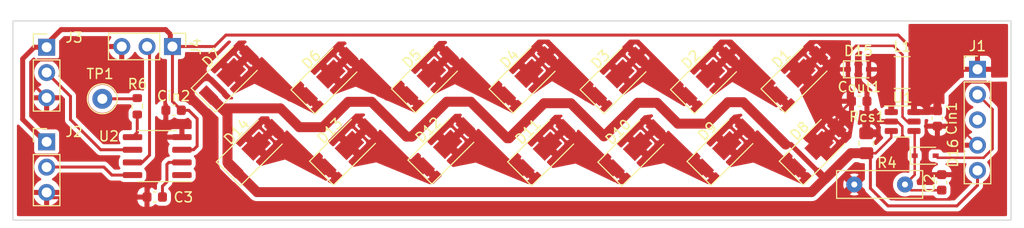
<source format=kicad_pcb>
(kicad_pcb (version 20211014) (generator pcbnew)
  (layers (0 "F.Cu" signal) (31 "B.Cu" signal) (34 "B.Paste" user) (35 "F.Paste" user) (36 "B.SilkS" user "B.Silkscreen") (37 "F.SilkS" user "F.Silkscreen") (38 "B.Mask" user) (39 "F.Mask" user) (44 "Edge.Cuts" user))
  (net 0 "")
  (net 1 "GND")
  (net 2 "+5V")
  (net 3 "Net-(D1-Pad1)")
  (net 4 "Net-(D2-Pad1)")
  (net 5 "Net-(D3-Pad1)")
  (net 6 "Net-(D4-Pad1)")
  (net 7 "Net-(D5-Pad1)")
  (net 8 "Net-(D6-Pad1)")
  (net 9 "Net-(D14-Pad1)")
  (net 10 "Net-(D8-Pad1)")
  (net 11 "Net-(D10-Pad2)")
  (net 12 "Net-(D10-Pad1)")
  (net 13 "Net-(D11-Pad1)")
  (net 14 "Net-(D12-Pad1)")
  (net 15 "Net-(D13-Pad1)")
  (net 16 "Net-(Cout1-Pad1)")
  (net 17 "Net-(D15-Pad2)")
  (net 18 "Net-(C2-Pad1)")
  (net 19 "Net-(R6-Pad2)")
  (net 21 "Net-(R6-Pad1)")
  (net 22 "Net-(C3-Pad1)")
  (net 23 "Net-(D16-Pad2)")
  (net 25 "Net-(U2-Pad8)")
  (net 26 "Net-(U2-Pad6)")
  (net 27 "Net-(U2-Pad7)")
  (footprint "Resistor_SMD:R_0805_2012Metric_Pad1.20x1.40mm_HandSolder" (layer "F.Cu") (at 103.5375 31.46 -90)
    (fp_text reference "Rcs1" (at -2.66 -0.09) (layer "F.SilkS"))
    (fp_text value "100m")
    (fp_line (start -0.227064 0.735) (end 0.227064 0.735) (layer "F.SilkS") (width 0.12))
    (fp_line (start -0.227064 -0.735) (end 0.227064 -0.735) (layer "F.SilkS") (width 0.12))
    (pad "1" smd roundrect (at -1 0 270) (size 1.2 1.4) (layers "F.Cu" "F.Paste" "F.Mask") (roundrect_rratio 0.208333) (net 1 "GND") (thermal_gap 0.3))
    (pad "2" smd roundrect (at 1 0 270) (size 1.2 1.4) (layers "F.Cu" "F.Paste" "F.Mask") (roundrect_rratio 0.208333) (net 9 "Net-(D14-Pad1)"))
  )
  (footprint "LED_SMD:LED_Yuji_5730" (layer "F.Cu") (at 49.637513 24.760013 45)
    (fp_text reference "D6" (at 0 -2.4 45) (layer "F.SilkS"))
    (fp_text value "660nm")
    (fp_line (start -3.59 -1.7) (end 2.35 -1.7) (layer "F.SilkS") (width 0.12))
    (fp_line (start -3.59 1.7) (end -3.59 -1.7) (layer "F.SilkS") (width 0.12))
    (fp_line (start 2.35 1.7) (end -3.59 1.7) (layer "F.SilkS") (width 0.12))
    (pad "1" smd rect (at -2.85 0 45) (size 1.1 1.7) (layers "F.Cu" "F.Paste" "F.Mask") (net 8 "Net-(D6-Pad1)") (thermal_gap 0.2))
    (pad "2" smd rect (at 0.349999 0 45) (size 2.5 1.7) (layers "F.Cu" "F.Paste" "F.Mask") (net 7 "Net-(D5-Pad1)") (thermal_gap 0.2))
    (pad "2" smd rect (at 2.85 0 45) (size 1.1 1.7) (layers "F.Cu" "F.Paste" "F.Mask") (net 7 "Net-(D5-Pad1)") (thermal_gap 0.2))
  )
  (footprint "Resistor_SMD:R_0603_1608Metric" (layer "F.Cu") (at 30.5 27.75 -90)
    (fp_text reference "R6" (at -2.24 -0.02) (layer "F.SilkS"))
    (fp_text value "5k")
    (fp_line (start -0.237258 0.5225) (end 0.237258 0.5225) (layer "F.SilkS") (width 0.12))
    (fp_line (start -0.237258 -0.5225) (end 0.237258 -0.5225) (layer "F.SilkS") (width 0.12))
    (pad "1" smd roundrect (at -0.825 0 270) (size 0.8 0.95) (layers "F.Cu" "F.Paste" "F.Mask") (net 21 "Net-(R6-Pad1)"))
    (pad "2" smd roundrect (at 0.825 0 270) (size 0.8 0.95) (layers "F.Cu" "F.Paste" "F.Mask") (net 19 "Net-(R6-Pad2)"))
  )
  (footprint "Connector_PinHeader_2.54mm:PinHeader_1x05_P2.54mm_Vertical" (layer "F.Cu") (at 114.68 24.035)
    (fp_text reference "J1" (at 0 -2.33) (layer "F.SilkS"))
    (fp_text value "Conn_01x05")
    (fp_line (start -1.33 1.27) (end -1.33 11.49) (layer "F.SilkS") (width 0.12))
    (fp_line (start -1.33 1.27) (end 1.33 1.27) (layer "F.SilkS") (width 0.12))
    (fp_line (start -1.33 -1.33) (end 0 -1.33) (layer "F.SilkS") (width 0.12))
    (fp_line (start 1.33 1.27) (end 1.33 11.49) (layer "F.SilkS") (width 0.12))
    (fp_line (start -1.33 0) (end -1.33 -1.33) (layer "F.SilkS") (width 0.12))
    (fp_line (start -1.33 11.49) (end 1.33 11.49) (layer "F.SilkS") (width 0.12))
    (pad "1" thru_hole rect (at 0 0) (size 1.7 1.7) (drill 1) (layers *.Cu *.Mask) (net 2 "+5V"))
    (pad "2" thru_hole oval (at 0 2.54) (size 1.7 1.7) (drill 1) (layers *.Cu *.Mask) (net 23 "Net-(D16-Pad2)"))
    (pad "3" thru_hole oval (at 0 5.08) (size 1.7 1.7) (drill 1) (layers *.Cu *.Mask))
    (pad "4" thru_hole oval (at 0 7.62) (size 1.7 1.7) (drill 1) (layers *.Cu *.Mask) (net 1 "GND"))
    (pad "5" thru_hole oval (at 0 10.16) (size 1.7 1.7) (drill 1) (layers *.Cu *.Mask) (net 9 "Net-(D14-Pad1)"))
  )
  (footprint "Capacitor_SMD:C_0603_1608Metric" (layer "F.Cu") (at 32.25 36.86 180)
    (fp_text reference "C3" (at -2.87 -0.03) (layer "F.SilkS"))
    (fp_text value "10n")
    (fp_line (start -0.14058 0.51) (end 0.14058 0.51) (layer "F.SilkS") (width 0.12))
    (fp_line (start -0.14058 -0.51) (end 0.14058 -0.51) (layer "F.SilkS") (width 0.12))
    (pad "1" smd roundrect (at -0.775 0 180) (size 0.9 0.95) (layers "F.Cu" "F.Paste" "F.Mask") (net 22 "Net-(C3-Pad1)"))
    (pad "2" smd roundrect (at 0.775 0 180) (size 0.9 0.95) (layers "F.Cu" "F.Paste" "F.Mask") (net 1 "GND"))
  )
  (footprint "Package_SO:SOIC-8_3.9x4.9mm_P1.27mm" (layer "F.Cu") (at 32.5 32.75 180)
    (fp_text reference "U2" (at 4.85 1.99) (layer "F.SilkS"))
    (fp_text value "JL8022W-L")
    (fp_line (start 0 -2.56) (end -3.45 -2.56) (layer "F.SilkS") (width 0.12))
    (fp_line (start 0 2.56) (end -1.95 2.56) (layer "F.SilkS") (width 0.12))
    (fp_line (start 0 -2.56) (end 1.95 -2.56) (layer "F.SilkS") (width 0.12))
    (fp_line (start 0 2.56) (end 1.95 2.56) (layer "F.SilkS") (width 0.12))
    (pad "1" smd roundrect (at -2.475 -1.905 180) (size 1.95 0.6) (layers "F.Cu" "F.Paste" "F.Mask"))
    (pad "2" smd roundrect (at -2.475 -0.635 180) (size 1.95 0.6) (layers "F.Cu" "F.Paste" "F.Mask") (net 22 "Net-(C3-Pad1)"))
    (pad "3" smd roundrect (at -2.475 0.635 180) (size 1.95 0.6) (layers "F.Cu" "F.Paste" "F.Mask") (net 2 "+5V"))
    (pad "4" smd roundrect (at -2.475 1.905 180) (size 1.95 0.6) (layers "F.Cu" "F.Paste" "F.Mask") (net 1 "GND"))
    (pad "5" smd roundrect (at 2.475 1.905 180) (size 1.95 0.6) (layers "F.Cu" "F.Paste" "F.Mask") (net 19 "Net-(R6-Pad2)"))
    (pad "6" smd roundrect (at 2.475 0.635 180) (size 1.95 0.6) (layers "F.Cu" "F.Paste" "F.Mask") (net 26 "Net-(U2-Pad6)"))
    (pad "7" smd roundrect (at 2.475 -0.635 180) (size 1.95 0.6) (layers "F.Cu" "F.Paste" "F.Mask") (net 27 "Net-(U2-Pad7)"))
    (pad "8" smd roundrect (at 2.475 -1.905 180) (size 1.95 0.6) (layers "F.Cu" "F.Paste" "F.Mask") (net 25 "Net-(U2-Pad8)"))
  )
  (footprint "LED_SMD:LED_Yuji_5730" (layer "F.Cu") (at 96.735 24.6675 45)
    (fp_text reference "D1" (at 0 -2.4 45) (layer "F.SilkS"))
    (fp_text value "660nm")
    (fp_line (start 2.35 1.7) (end -3.59 1.7) (layer "F.SilkS") (width 0.12))
    (fp_line (start -3.59 1.7) (end -3.59 -1.7) (layer "F.SilkS") (width 0.12))
    (fp_line (start -3.59 -1.7) (end 2.35 -1.7) (layer "F.SilkS") (width 0.12))
    (pad "1" smd rect (at -2.85 0 45) (size 1.1 1.7) (layers "F.Cu" "F.Paste" "F.Mask") (net 3 "Net-(D1-Pad1)") (thermal_gap 0.2))
    (pad "2" smd rect (at 0.349999 0 45) (size 2.5 1.7) (layers "F.Cu" "F.Paste" "F.Mask") (net 16 "Net-(Cout1-Pad1)") (thermal_gap 0.2))
    (pad "2" smd rect (at 2.85 0 45) (size 1.1 1.7) (layers "F.Cu" "F.Paste" "F.Mask") (net 16 "Net-(Cout1-Pad1)") (thermal_gap 0.2))
  )
  (footprint "Capacitor_SMD:C_0603_1608Metric" (layer "F.Cu") (at 34.14 28.15)
    (fp_text reference "Cin2" (at 0 -1.43) (layer "F.SilkS"))
    (fp_text value "1u")
    (fp_line (start -0.14058 -0.51) (end 0.14058 -0.51) (layer "F.SilkS") (width 0.12))
    (fp_line (start -0.14058 0.51) (end 0.14058 0.51) (layer "F.SilkS") (width 0.12))
    (pad "1" smd roundrect (at -0.775 0) (size 0.9 0.95) (layers "F.Cu" "F.Paste" "F.Mask") (net 1 "GND"))
    (pad "2" smd roundrect (at 0.775 0) (size 0.9 0.95) (layers "F.Cu" "F.Paste" "F.Mask") (net 2 "+5V"))
  )
  (footprint "LED_SMD:LED_Yuji_5730" (layer "F.Cu") (at 87.665 24.7375 45)
    (fp_text reference "D2" (at 0 -2.4 45) (layer "F.SilkS"))
    (fp_text value "660nm")
    (fp_line (start -3.59 1.7) (end -3.59 -1.7) (layer "F.SilkS") (width 0.12))
    (fp_line (start 2.35 1.7) (end -3.59 1.7) (layer "F.SilkS") (width 0.12))
    (fp_line (start -3.59 -1.7) (end 2.35 -1.7) (layer "F.SilkS") (width 0.12))
    (pad "1" smd rect (at -2.85 0 45) (size 1.1 1.7) (layers "F.Cu" "F.Paste" "F.Mask") (net 4 "Net-(D2-Pad1)") (thermal_gap 0.2))
    (pad "2" smd rect (at 2.85 0 45) (size 1.1 1.7) (layers "F.Cu" "F.Paste" "F.Mask") (net 3 "Net-(D1-Pad1)") (thermal_gap 0.2))
    (pad "2" smd rect (at 0.349999 0 45) (size 2.5 1.7) (layers "F.Cu" "F.Paste" "F.Mask") (net 3 "Net-(D1-Pad1)") (thermal_gap 0.2))
  )
  (footprint "LED_SMD:LED_Yuji_5730" (layer "F.Cu") (at 89.315 31.9475 45)
    (fp_text reference "D9" (at 0 -2.4 45) (layer "F.SilkS"))
    (fp_text value "660nm")
    (fp_line (start 2.35 1.7) (end -3.59 1.7) (layer "F.SilkS") (width 0.12))
    (fp_line (start -3.59 -1.7) (end 2.35 -1.7) (layer "F.SilkS") (width 0.12))
    (fp_line (start -3.59 1.7) (end -3.59 -1.7) (layer "F.SilkS") (width 0.12))
    (pad "1" smd rect (at -2.85 0 45) (size 1.1 1.7) (layers "F.Cu" "F.Paste" "F.Mask") (net 11 "Net-(D10-Pad2)") (thermal_gap 0.2))
    (pad "2" smd rect (at 2.85 0 45) (size 1.1 1.7) (layers "F.Cu" "F.Paste" "F.Mask") (net 10 "Net-(D8-Pad1)") (thermal_gap 0.2))
    (pad "2" smd rect (at 0.349999 0 45) (size 2.5 1.7) (layers "F.Cu" "F.Paste" "F.Mask") (net 10 "Net-(D8-Pad1)") (thermal_gap 0.2))
  )
  (footprint "Connector_PinHeader_2.54mm:PinHeader_1x03_P2.54mm_Vertical" (layer "F.Cu") (at 21.42024 21.82024)
    (fp_text reference "J3" (at 2.75 -0.975) (layer "F.SilkS"))
    (fp_text value "Conn_01x03")
    (fp_line (start -1.33 6.41) (end 1.33 6.41) (layer "F.SilkS") (width 0.12))
    (fp_line (start -1.33 0) (end -1.33 -1.33) (layer "F.SilkS") (width 0.12))
    (fp_line (start -1.33 -1.33) (end 0 -1.33) (layer "F.SilkS") (width 0.12))
    (fp_line (start 1.33 1.27) (end 1.33 6.41) (layer "F.SilkS") (width 0.12))
    (fp_line (start -1.33 1.27) (end -1.33 6.41) (layer "F.SilkS") (width 0.12))
    (fp_line (start -1.33 1.27) (end 1.33 1.27) (layer "F.SilkS") (width 0.12))
    (pad "1" thru_hole rect (at 0 0) (size 1.7 1.7) (drill 1) (layers *.Cu *.Mask) (net 2 "+5V"))
    (pad "2" thru_hole oval (at 0 2.54) (size 1.7 1.7) (drill 1) (layers *.Cu *.Mask) (net 26 "Net-(U2-Pad6)"))
    (pad "3" thru_hole oval (at 0 5.08) (size 1.7 1.7) (drill 1) (layers *.Cu *.Mask) (net 1 "GND"))
  )
  (footprint "Inductor_SMD:L_Abracon_ASPI-3012S" (layer "F.Cu") (at 107.13 24.36 180)
    (fp_text reference "L1" (at 0 2.6) (layer "F.SilkS"))
    (fp_text value "L_Ferrite_Small")
    (fp_line (start -0.8 1.6) (end 0.8 1.6) (layer "F.SilkS") (width 0.12))
    (fp_line (start -0.8 -1.6) (end 0.8 -1.6) (layer "F.SilkS") (width 0.12))
    (pad "1" smd rect (at -1.15 0 180) (size 1 2.75) (layers "F.Cu" "F.Paste" "F.Mask") (net 2 "+5V"))
    (pad "2" smd rect (at 1.15 0 180) (size 1 2.75) (layers "F.Cu" "F.Paste" "F.Mask") (net 17 "Net-(D15-Pad2)"))
  )
  (footprint "LED_SMD:LED_Yuji_5730" (layer "F.Cu") (at 80.385 32.0175 45)
    (fp_text reference "D10" (at 0 -2.4 45) (layer "F.SilkS"))
    (fp_text value "660nm")
    (fp_line (start -3.59 1.7) (end -3.59 -1.7) (layer "F.SilkS") (width 0.12))
    (fp_line (start -3.59 -1.7) (end 2.35 -1.7) (layer "F.SilkS") (width 0.12))
    (fp_line (start 2.35 1.7) (end -3.59 1.7) (layer "F.SilkS") (width 0.12))
    (pad "1" smd rect (at -2.85 0 45) (size 1.1 1.7) (layers "F.Cu" "F.Paste" "F.Mask") (net 12 "Net-(D10-Pad1)") (thermal_gap 0.2))
    (pad "2" smd rect (at 0.349999 0 45) (size 2.5 1.7) (layers "F.Cu" "F.Paste" "F.Mask") (net 11 "Net-(D10-Pad2)") (thermal_gap 0.2))
    (pad "2" smd rect (at 2.85 0 45) (size 1.1 1.7) (layers "F.Cu" "F.Paste" "F.Mask") (net 11 "Net-(D10-Pad2)") (thermal_gap 0.2))
  )
  (footprint "LED_SMD:LED_Yuji_5730" (layer "F.Cu") (at 78.605 24.7375 45)
    (fp_text reference "D3" (at 0 -2.4 45) (layer "F.SilkS"))
    (fp_text value "660nm")
    (fp_line (start -3.59 -1.7) (end 2.35 -1.7) (layer "F.SilkS") (width 0.12))
    (fp_line (start 2.35 1.7) (end -3.59 1.7) (layer "F.SilkS") (width 0.12))
    (fp_line (start -3.59 1.7) (end -3.59 -1.7) (layer "F.SilkS") (width 0.12))
    (pad "1" smd rect (at -2.85 0 45) (size 1.1 1.7) (layers "F.Cu" "F.Paste" "F.Mask") (net 5 "Net-(D3-Pad1)") (thermal_gap 0.2))
    (pad "2" smd rect (at 0.349999 0 45) (size 2.5 1.7) (layers "F.Cu" "F.Paste" "F.Mask") (net 4 "Net-(D2-Pad1)") (thermal_gap 0.2))
    (pad "2" smd rect (at 2.85 0 45) (size 1.1 1.7) (layers "F.Cu" "F.Paste" "F.Mask") (net 4 "Net-(D2-Pad1)") (thermal_gap 0.2))
  )
  (footprint "Diode_SMD:D_SOD-323" (layer "F.Cu") (at 109.4375 32.71)
    (fp_text reference "D16" (at 2.7825 -0.26 -90) (layer "F.SilkS"))
    (fp_text value "1N4148WS")
    (fp_line (start -1.5 -0.85) (end 1.05 -0.85) (layer "F.SilkS") (width 0.12))
    (fp_line (start -1.5 -0.85) (end -1.5 0.85) (layer "F.SilkS") (width 0.12))
    (fp_line (start -1.5 0.85) (end 1.05 0.85) (layer "F.SilkS") (width 0.12))
    (pad "1" smd rect (at -1.05 0) (size 0.6 0.45) (layers "F.Cu" "F.Paste" "F.Mask") (net 18 "Net-(C2-Pad1)"))
    (pad "2" smd rect (at 1.05 0) (size 0.6 0.45) (layers "F.Cu" "F.Paste" "F.Mask") (net 23 "Net-(D16-Pad2)"))
  )
  (footprint "LED_SMD:LED_Yuji_5730" (layer "F.Cu") (at 59.715 24.6675 45)
    (fp_text reference "D5" (at 0 -2.4 45) (layer "F.SilkS"))
    (fp_text value "660nm")
    (fp_line (start -3.59 -1.7) (end 2.35 -1.7) (layer "F.SilkS") (width 0.12))
    (fp_line (start -3.59 1.7) (end -3.59 -1.7) (layer "F.SilkS") (width 0.12))
    (fp_line (start 2.35 1.7) (end -3.59 1.7) (layer "F.SilkS") (width 0.12))
    (pad "1" smd rect (at -2.85 0 45) (size 1.1 1.7) (layers "F.Cu" "F.Paste" "F.Mask") (net 7 "Net-(D5-Pad1)") (thermal_gap 0.2))
    (pad "2" smd rect (at 2.85 0 45) (size 1.1 1.7) (layers "F.Cu" "F.Paste" "F.Mask") (net 6 "Net-(D4-Pad1)") (thermal_gap 0.2))
    (pad "2" smd rect (at 0.349999 0 45) (size 2.5 1.7) (layers "F.Cu" "F.Paste" "F.Mask") (net 6 "Net-(D4-Pad1)") (thermal_gap 0.2))
  )
  (footprint "Package_TO_SOT_SMD:SOT-23-6" (layer "F.Cu") (at 107.18 29.28)
    (fp_text reference "U1" (at 0 -2.4) (layer "F.SilkS"))
    (fp_text value "MT9284")
    (fp_line (start 0 -1.56) (end -1.8 -1.56) (layer "F.SilkS") (width 0.12))
    (fp_line (start 0 1.56) (end -0.8 1.56) (layer "F.SilkS") (width 0.12))
    (fp_line (start 0 -1.56) (end 0.8 -1.56) (layer "F.SilkS") (width 0.12))
    (fp_line (start 0 1.56) (end 0.8 1.56) (layer "F.SilkS") (width 0.12))
    (pad "1" smd roundrect (at -1.1375 -0.95) (size 1.325 0.6) (layers "F.Cu" "F.Paste" "F.Mask") (net 17 "Net-(D15-Pad2)") (thermal_gap 0.3))
    (pad "2" smd roundrect (at -1.1375 0) (size 1.325 0.6) (layers "F.Cu" "F.Paste" "F.Mask") (net 1 "GND"))
    (pad "3" smd roundrect (at -1.1375 0.95) (size 1.325 0.6) (layers "F.Cu" "F.Paste" "F.Mask") (net 9 "Net-(D14-Pad1)"))
    (pad "4" smd roundrect (at 1.1375 0.95) (size 1.325 0.6) (layers "F.Cu" "F.Paste" "F.Mask") (net 18 "Net-(C2-Pad1)"))
    (pad "5" smd roundrect (at 1.1375 0) (size 1.325 0.6) (layers "F.Cu" "F.Paste" "F.Mask") (net 16 "Net-(Cout1-Pad1)"))
    (pad "6" smd roundrect (at 1.1375 -0.95) (size 1.325 0.6) (layers "F.Cu" "F.Paste" "F.Mask") (net 2 "+5V") (thermal_gap 0.3))
  )
  (footprint "TestPoint:TestPoint_Loop_D2.50mm_Drill1.0mm" (layer "F.Cu") (at 27 27)
    (fp_text reference "TP1" (at -0.23 -2.5) (layer "F.SilkS"))
    (fp_text value "TestPoint")
    (fp_circle (center 0 0) (end 1.5 0) (layer "F.SilkS") (width 0.12) (fill none))
    (pad "1" thru_hole circle (at 0 0) (size 2 2) (drill 1) (layers *.Cu *.Mask) (net 21 "Net-(R6-Pad1)"))
  )
  (footprint "Capacitor_SMD:C_0603_1608Metric" (layer "F.Cu") (at 102.83 27.24)
    (fp_text reference "Cout1" (at 0 -1.43) (layer "F.SilkS"))
    (fp_text value "1u")
    (fp_line (start -0.14058 0.51) (end 0.14058 0.51) (layer "F.SilkS") (width 0.12))
    (fp_line (start -0.14058 -0.51) (end 0.14058 -0.51) (layer "F.SilkS") (width 0.12))
    (pad "1" smd roundrect (at -0.775 0) (size 0.9 0.95) (layers "F.Cu" "F.Paste" "F.Mask") (net 16 "Net-(Cout1-Pad1)"))
    (pad "2" smd roundrect (at 0.775 0) (size 0.9 0.95) (layers "F.Cu" "F.Paste" "F.Mask") (net 1 "GND"))
  )
  (footprint "LED_SMD:LED_Yuji_5730" (layer "F.Cu") (at 69.497513 24.690013 45)
    (fp_text reference "D4" (at 0 -2.4 45) (layer "F.SilkS"))
    (fp_text value "660nm")
    (fp_line (start 2.35 1.7) (end -3.59 1.7) (layer "F.SilkS") (width 0.12))
    (fp_line (start -3.59 1.7) (end -3.59 -1.7) (layer "F.SilkS") (width 0.12))
    (fp_line (start -3.59 -1.7) (end 2.35 -1.7) (layer "F.SilkS") (width 0.12))
    (pad "1" smd rect (at -2.85 0 45) (size 1.1 1.7) (layers "F.Cu" "F.Paste" "F.Mask") (net 6 "Net-(D4-Pad1)") (thermal_gap 0.2))
    (pad "2" smd rect (at 2.85 0 45) (size 1.1 1.7) (layers "F.Cu" "F.Paste" "F.Mask") (net 5 "Net-(D3-Pad1)") (thermal_gap 0.2))
    (pad "2" smd rect (at 0.349999 0 45) (size 2.5 1.7) (layers "F.Cu" "F.Paste" "F.Mask") (net 5 "Net-(D3-Pad1)") (thermal_gap 0.2))
  )
  (footprint "LED_SMD:LED_Yuji_5730" (layer "F.Cu") (at 71.352513 31.994987 45)
    (fp_text reference "D11" (at 0 -2.4 45) (layer "F.SilkS"))
    (fp_text value "660nm")
    (fp_line (start 2.35 1.7) (end -3.59 1.7) (layer "F.SilkS") (width 0.12))
    (fp_line (start -3.59 -1.7) (end 2.35 -1.7) (layer "F.SilkS") (width 0.12))
    (fp_line (start -3.59 1.7) (end -3.59 -1.7) (layer "F.SilkS") (width 0.12))
    (pad "1" smd rect (at -2.85 0 45) (size 1.1 1.7) (layers "F.Cu" "F.Paste" "F.Mask") (net 13 "Net-(D11-Pad1)") (thermal_gap 0.2))
    (pad "2" smd rect (at 0.349999 0 45) (size 2.5 1.7) (layers "F.Cu" "F.Paste" "F.Mask") (net 12 "Net-(D10-Pad1)") (thermal_gap 0.2))
    (pad "2" smd rect (at 2.85 0 45) (size 1.1 1.7) (layers "F.Cu" "F.Paste" "F.Mask") (net 12 "Net-(D10-Pad1)") (thermal_gap 0.2))
  )
  (footprint "LED_SMD:LED_Yuji_5730" (layer "F.Cu") (at 42.162487 31.994987 45)
    (fp_text reference "D14" (at 0 -2.4 45) (layer "F.SilkS"))
    (fp_text value "660nm")
    (fp_line (start -3.59 -1.7) (end 2.35 -1.7) (layer "F.SilkS") (width 0.12))
    (fp_line (start 2.35 1.7) (end -3.59 1.7) (layer "F.SilkS") (width 0.12))
    (fp_line (start -3.59 1.7) (end -3.59 -1.7) (layer "F.SilkS") (width 0.12))
    (pad "1" smd rect (at -2.85 0 45) (size 1.1 1.7) (layers "F.Cu" "F.Paste" "F.Mask") (net 9 "Net-(D14-Pad1)"))
    (pad "2" smd rect (at 2.85 0 45) (size 1.1 1.7) (layers "F.Cu" "F.Paste" "F.Mask") (net 15 "Net-(D13-Pad1)") (thermal_gap 0.2))
    (pad "2" smd rect (at 0.349999 0 45) (size 2.5 1.7) (layers "F.Cu" "F.Paste" "F.Mask") (net 15 "Net-(D13-Pad1)") (thermal_gap 0.2))
  )
  (footprint "Connector_PinHeader_2.54mm:PinHeader_1x03_P2.54mm_Vertical" (layer "F.Cu") (at 34.025 21.75 -90)
    (fp_text reference "J4" (at 0 -2.33 90) (layer "F.SilkS"))
    (fp_text value "Conn_01x03")
    (fp_line (start 1.33 1.27) (end 1.33 6.41) (layer "F.SilkS") (width 0.12))
    (fp_line (start -1.33 -1.33) (end 0 -1.33) (layer "F.SilkS") (width 0.12))
    (fp_line (start -1.33 1.27) (end 1.33 1.27) (layer "F.SilkS") (width 0.12))
    (fp_line (start -1.33 1.27) (end -1.33 6.41) (layer "F.SilkS") (width 0.12))
    (fp_line (start -1.33 0) (end -1.33 -1.33) (layer "F.SilkS") (width 0.12))
    (fp_line (start -1.33 6.41) (end 1.33 6.41) (layer "F.SilkS") (width 0.12))
    (pad "1" thru_hole rect (at 0 0 270) (size 1.7 1.7) (drill 1) (layers *.Cu *.Mask) (net 2 "+5V"))
    (pad "2" thru_hole oval (at 0 2.54 270) (size 1.7 1.7) (drill 1) (layers *.Cu *.Mask) (net 27 "Net-(U2-Pad7)"))
    (pad "3" thru_hole oval (at 0 5.08 270) (size 1.7 1.7) (drill 1) (layers *.Cu *.Mask) (net 1 "GND"))
  )
  (footprint "Resistor_THT:R_Box_L8.4mm_W2.5mm_P5.08mm" (layer "F.Cu") (at 102.335 35.6)
    (fp_text reference "R4" (at 3.275 -2.17) (layer "F.SilkS"))
    (fp_text value "100k")
    (fp_line (start -1.77 -1.39) (end 6.85 -1.39) (layer "F.SilkS") (width 0.12))
    (fp_line (start -1.77 1.39) (end 6.85 1.39) (layer "F.SilkS") (width 0.12))
    (fp_line (start 6.85 -1.39) (end 6.85 1.39) (layer "F.SilkS") (width 0.12))
    (fp_line (start -1.77 -1.39) (end -1.77 1.39) (layer "F.SilkS") (width 0.12))
    (pad "1" thru_hole circle (at 0 0) (size 1.6 1.6) (drill 0.6) (layers *.Cu *.Mask) (net 1 "GND") (thermal_gap 0.3))
    (pad "2" thru_hole circle (at 5.08 0) (size 1.6 1.6) (drill 0.6) (layers *.Cu *.Mask) (net 18 "Net-(C2-Pad1)") (thermal_gap 0.3))
  )
  (footprint "LED_SMD:LED_Yuji_5730" (layer "F.Cu") (at 51.502487 31.924987 45)
    (fp_text reference "D13" (at 0 -2.4 45) (layer "F.SilkS"))
    (fp_text value "660nm")
    (fp_line (start 2.35 1.7) (end -3.59 1.7) (layer "F.SilkS") (width 0.12))
    (fp_line (start -3.59 -1.7) (end 2.35 -1.7) (layer "F.SilkS") (width 0.12))
    (fp_line (start -3.59 1.7) (end -3.59 -1.7) (layer "F.SilkS") (width 0.12))
    (pad "1" smd rect (at -2.85 0 45) (size 1.1 1.7) (layers "F.Cu" "F.Paste" "F.Mask") (net 15 "Net-(D13-Pad1)") (thermal_gap 0.2))
    (pad "2" smd rect (at 2.85 0 45) (size 1.1 1.7) (layers "F.Cu" "F.Paste" "F.Mask") (net 14 "Net-(D12-Pad1)") (thermal_gap 0.2))
    (pad "2" smd rect (at 0.349999 0 45) (size 2.5 1.7) (layers "F.Cu" "F.Paste" "F.Mask") (net 14 "Net-(D12-Pad1)") (thermal_gap 0.2))
  )
  (footprint "Diode_SMD:D_SOD-323" (layer "F.Cu") (at 102.75 24.04)
    (fp_text reference "D15" (at 0 -1.85) (layer "F.SilkS"))
    (fp_text value "B5819WS")
    (fp_line (start -1.5 -0.85) (end -1.5 0.85) (layer "F.SilkS") (width 0.12))
    (fp_line (start -1.5 -0.85) (end 1.05 -0.85) (layer "F.SilkS") (width 0.12))
    (fp_line (start -1.5 0.85) (end 1.05 0.85) (layer "F.SilkS") (width 0.12))
    (pad "1" smd rect (at -1.05 0) (size 0.6 0.45) (layers "F.Cu" "F.Paste" "F.Mask") (net 16 "Net-(Cout1-Pad1)"))
    (pad "2" smd rect (at 1.05 0) (size 0.6 0.45) (layers "F.Cu" "F.Paste" "F.Mask") (net 17 "Net-(D15-Pad2)"))
  )
  (footprint "LED_SMD:LED_Yuji_5730" (layer "F.Cu") (at 98.562487 31.924987 45)
    (fp_text reference "D8" (at 0 -2.4 45) (layer "F.SilkS"))
    (fp_text value "660nm")
    (fp_line (start -3.59 1.7) (end -3.59 -1.7) (layer "F.SilkS") (width 0.12))
    (fp_line (start 2.35 1.7) (end -3.59 1.7) (layer "F.SilkS") (width 0.12))
    (fp_line (start -3.59 -1.7) (end 2.35 -1.7) (layer "F.SilkS") (width 0.12))
    (pad "1" smd rect (at -2.85 0 45) (size 1.1 1.7) (layers "F.Cu" "F.Paste" "F.Mask") (net 10 "Net-(D8-Pad1)") (thermal_gap 0.2))
    (pad "2" smd rect (at 2.85 0 45) (size 1.1 1.7) (layers "F.Cu" "F.Paste" "F.Mask") (net 16 "Net-(Cout1-Pad1)") (thermal_gap 0.2))
    (pad "2" smd rect (at 0.349999 0 45) (size 2.5 1.7) (layers "F.Cu" "F.Paste" "F.Mask") (net 16 "Net-(Cout1-Pad1)") (thermal_gap 0.2))
  )
  (footprint "Capacitor_SMD:C_0603_1608Metric" (layer "F.Cu") (at 110.66 28.97 -90)
    (fp_text reference "Cin1" (at 0 -1.43 90) (layer "F.SilkS"))
    (fp_text value "1u")
    (fp_line (start -0.14058 -0.51) (end 0.14058 -0.51) (layer "F.SilkS") (width 0.12))
    (fp_line (start -0.14058 0.51) (end 0.14058 0.51) (layer "F.SilkS") (width 0.12))
    (pad "1" smd roundrect (at -0.775 0 270) (size 0.9 0.95) (layers "F.Cu" "F.Paste" "F.Mask") (net 2 "+5V") (thermal_gap 0.3))
    (pad "2" smd roundrect (at 0.775 0 270) (size 0.9 0.95) (layers "F.Cu" "F.Paste" "F.Mask") (net 1 "GND"))
  )
  (footprint "Connector_PinHeader_2.54mm:PinHeader_1x03_P2.54mm_Vertical" (layer "F.Cu") (at 21.42024 31.32024)
    (fp_text reference "J2" (at 2.75 -1) (layer "F.SilkS"))
    (fp_text value "Conn_01x03")
    (fp_line (start 1.33 1.27) (end 1.33 6.41) (layer "F.SilkS") (width 0.12))
    (fp_line (start -1.33 6.41) (end 1.33 6.41) (layer "F.SilkS") (width 0.12))
    (fp_line (start -1.33 0) (end -1.33 -1.33) (layer "F.SilkS") (width 0.12))
    (fp_line (start -1.33 -1.33) (end 0 -1.33) (layer "F.SilkS") (width 0.12))
    (fp_line (start -1.33 1.27) (end 1.33 1.27) (layer "F.SilkS") (width 0.12))
    (fp_line (start -1.33 1.27) (end -1.33 6.41) (layer "F.SilkS") (width 0.12))
    (pad "1" thru_hole rect (at 0 0) (size 1.7 1.7) (drill 1) (layers *.Cu *.Mask) (net 2 "+5V"))
    (pad "2" thru_hole oval (at 0 2.54) (size 1.7 1.7) (drill 1) (layers *.Cu *.Mask) (net 25 "Net-(U2-Pad8)"))
    (pad "3" thru_hole oval (at 0 5.08) (size 1.7 1.7) (drill 1) (layers *.Cu *.Mask) (net 1 "GND"))
  )
  (footprint "Capacitor_SMD:C_0603_1608Metric" (layer "F.Cu") (at 111.09 35.39 90)
    (fp_text reference "C2" (at -0.08 -1.2 90) (layer "F.SilkS"))
    (fp_text value "1n")
    (fp_line (start -0.14058 0.51) (end 0.14058 0.51) (layer "F.SilkS") (width 0.12))
    (fp_line (start -0.14058 -0.51) (end 0.14058 -0.51) (layer "F.SilkS") (width 0.12))
    (pad "1" smd roundrect (at -0.775 0 90) (size 0.9 0.95) (layers "F.Cu" "F.Paste" "F.Mask") (net 18 "Net-(C2-Pad1)"))
    (pad "2" smd roundrect (at 0.775 0 90) (size 0.9 0.95) (layers "F.Cu" "F.Paste" "F.Mask") (net 1 "GND"))
  )
  (footprint "LED_SMD:LED_Yuji_5730" (layer "F.Cu") (at 61.355 31.8175 45)
    (fp_text reference "D12" (at 0 -2.4 45) (layer "F.SilkS"))
    (fp_text value "660nm")
    (fp_line (start 2.35 1.7) (end -3.59 1.7) (layer "F.SilkS") (width 0.12))
    (fp_line (start -3.59 1.7) (end -3.59 -1.7) (layer "F.SilkS") (width 0.12))
    (fp_line (start -3.59 -1.7) (end 2.35 -1.7) (layer "F.SilkS") (width 0.12))
    (pad "1" smd rect (at -2.85 0 45) (size 1.1 1.7) (layers "F.Cu" "F.Paste" "F.Mask") (net 14 "Net-(D12-Pad1)") (thermal_gap 0.2))
    (pad "2" smd rect (at 2.85 0 45) (size 1.1 1.7) (layers "F.Cu" "F.Paste" "F.Mask") (net 13 "Net-(D11-Pad1)") (thermal_gap 0.2))
    (pad "2" smd rect (at 0.349999 0 45) (size 2.5 1.7) (layers "F.Cu" "F.Paste" "F.Mask") (net 13 "Net-(D11-Pad1)") (thermal_gap 0.2))
  )
  (footprint "LED_SMD:LED_Yuji_5730" (layer "F.Cu") (at 39.655 24.5975 45)
    (fp_text reference "D7" (at 0 -2.4 45) (layer "F.SilkS"))
    (fp_text value "660nm")
    (fp_line (start -3.59 -1.7) (end 2.35 -1.7) (layer "F.SilkS") (width 0.12))
    (fp_line (start -3.59 1.7) (end -3.59 -1.7) (layer "F.SilkS") (width 0.12))
    (fp_line (start 2.35 1.7) (end -3.59 1.7) (layer "F.SilkS") (width 0.12))
    (pad "1" smd rect (at -2.85 0 45) (size 1.1 1.7) (layers "F.Cu" "F.Paste" "F.Mask") (net 9 "Net-(D14-Pad1)"))
    (pad "2" smd rect (at 0.349999 0 45) (size 2.5 1.7) (layers "F.Cu" "F.Paste" "F.Mask") (net 8 "Net-(D6-Pad1)") (thermal_gap 0.2))
    (pad "2" smd rect (at 2.85 0 45) (size 1.1 1.7) (layers "F.Cu" "F.Paste" "F.Mask") (net 8 "Net-(D6-Pad1)") (thermal_gap 0.2))
  )
  (gr_rect (start 18.04 19.18) (end 118.04 39.18) (layer "Edge.Cuts") (width 0.1) (fill none))
  (segment (start 105.89 32.77) (end 105.89 36.49) (width 0.25) (layer "F.Cu") (net 1))
  (segment (start 31.405 36.93) (end 31.475 36.86) (width 0.3) (layer "F.Cu") (net 1))
  (segment (start 102.33 35.6) (end 102.335 35.6) (width 0.3) (layer "F.Cu") (net 1))
  (segment (start 27.15 21.75) (end 25.81 23.09) (width 0.3) (layer "F.Cu") (net 1))
  (segment (start 113.37 25.32) (end 115.49 25.32) (width 0.3) (layer "F.Cu") (net 1))
  (segment (start 110.66 30.77) (end 109.43 32) (width 0.25) (layer "F.Cu") (net 1))
  (segment (start 28.945 21.75) (end 27.15 21.75) (width 0.3) (layer "F.Cu") (net 1))
  (segment (start 102.335 35.6) (end 102.34 35.6) (width 0.2) (layer "F.Cu") (net 1))
  (segment (start 109.43 32) (end 109.43 33.85) (width 0.25) (layer "F.Cu") (net 1))
  (segment (start 112.4 36.64) (end 112.4 34.98) (width 0.25) (layer "F.Cu") (net 1))
  (segment (start 20.54 23.09) (end 19.9 23.73) (width 0.3) (layer "F.Cu") (net 1))
  (segment (start 32.556073 35.053927) (end 32.556073 29.823927) (width 0.3) (layer "F.Cu") (net 1))
  (segment (start 31.475 37.875) (end 31.79 38.19) (width 0.3) (layer "F.Cu") (net 1))
  (segment (start 111.88 29.72) (end 112.37 29.23) (width 0.2) (layer "F.Cu") (net 1))
  (segment (start 33.365 28.15) (end 33.365 29.165) (width 0.3) (layer "F.Cu") (net 1))
  (segment (start 110.685 29.72) (end 111.88 29.72) (width 0.2) (layer "F.Cu") (net 1))
  (segment (start 109.43 33.85) (end 110.195 34.615) (width 0.25) (layer "F.Cu") (net 1))
  (segment (start 117.01 35.34) (end 113.92 38.43) (width 0.2) (layer "F.Cu") (net 1))
  (segment (start 23.5 30.21) (end 23.5 32.47) (width 0.3) (layer "F.Cu") (net 1))
  (segment (start 115.49 25.32) (end 117.01 26.84) (width 0.3) (layer "F.Cu") (net 1))
  (segment (start 19.89 32.64) (end 19.38 33.15) (width 0.3) (layer "F.Cu") (net 1))
  (segment (start 112.37 29.23) (end 112.56 29.04) (width 0.2) (layer "F.Cu") (net 1))
  (segment (start 23.5 32.47) (end 23.33 32.64) (width 0.3) (layer "F.Cu") (net 1))
  (segment (start 21.99 36.93) (end 31.405 36.93) (width 0.3) (layer "F.Cu") (net 1))
  (segment (start 19.9 23.73) (end 19.9 25.38) (width 0.3) (layer "F.Cu") (net 1))
  (segment (start 34.5 29.4) (end 34.975 29.875) (width 0.3) (layer "F.Cu") (net 1))
  (segment (start 106.0425 29.28) (end 106.64 29.28) (width 0.25) (layer "F.Cu") (net 1))
  (segment (start 110.66 29.745) (end 110.685 29.72) (width 0.25) (layer "F.Cu") (net 1))
  (segment (start 102.6 35.925) (end 102.585 35.91) (width 0.3) (layer "F.Cu") (net 1))
  (segment (start 21.42024 36.40024) (end 21.46024 36.40024) (width 0.3) (layer "F.Cu") (net 1))
  (segment (start 112.56 26.13) (end 113.37 25.32) (width 0.3) (layer "F.Cu") (net 1))
  (segment (start 107.15 31.21) (end 107.15 31.51) (width 0.25) (layer "F.Cu") (net 1))
  (segment (start 19.9 25.38) (end 21.42024 26.90024) (width 0.3) (layer "F.Cu") (net 1))
  (segment (start 107.15 31.51) (end 105.89 32.77) (width 0.25) (layer "F.Cu") (net 1))
  (segment (start 106.64 29.28) (end 107.15 29.79) (width 0.25) (layer "F.Cu") (net 1))
  (segment (start 107.15 31.21) (end 107.15 31.2525) (width 0.25) (layer "F.Cu") (net 1))
  (segment (start 114.68 31.655) (end 112.37 29.345) (width 0.2) (layer "F.Cu") (net 1))
  (segment (start 31.79 38.19) (end 99.74 38.19) (width 0.3) (layer "F.Cu") (net 1))
  (segment (start 105.89 36.49) (end 106.5 37.1) (width 0.25) (layer "F.Cu") (net 1))
  (segment (start 105.165 38.43) (end 102.335 35.6) (width 0.2) (layer "F.Cu") (net 1))
  (segment (start 33.365 29.015) (end 33.365 28.15) (width 0.3) (layer "F.Cu") (net 1))
  (segment (start 21.42024 28.13024) (end 23.5 30.21) (width 0.3) (layer "F.Cu") (net 1))
  (segment (start 19.38 35.98) (end 19.80024 36.40024) (width 0.3) (layer "F.Cu") (net 1))
  (segment (start 113.92 38.43) (end 105.165 38.43) (width 0.2) (layer "F.Cu") (net 1))
  (segment (start 112.37 29.345) (end 112.37 29.23) (width 0.2) (layer "F.Cu") (net 1))
  (segment (start 110.66 29.745) (end 110.66 30.77) (width 0.25) (layer "F.Cu") (net 1))
  (segment (start 19.38 33.15) (end 19.38 35.98) (width 0.3) (layer "F.Cu") (net 1))
  (segment (start 117.01 26.84) (end 117.01 35.34) (width 0.2) (layer "F.Cu") (net 1))
  (segment (start 107.15 29.79) (end 107.15 31.21) (width 0.25) (layer "F.Cu") (net 1))
  (segment (start 19.80024 36.40024) (end 21.42024 36.40024) (width 0.3) (layer "F.Cu") (net 1))
  (segment (start 112.56 29.04) (end 112.56 26.13) (width 0.2) (layer "F.Cu") (net 1))
  (segment (start 31.6 36.735) (end 31.6 36.01) (width 0.3) (layer "F.Cu") (net 1))
  (segment (start 33.6 29.4) (end 34.5 29.4) (width 0.3) (layer "F.Cu") (net 1))
  (segment (start 31.6 36.01) (end 32.556073 35.053927) (width 0.3) (layer "F.Cu") (net 1))
  (segment (start 31.475 36.86) (end 31.6 36.735) (width 0.3) (layer "F.Cu") (net 1))
  (segment (start 112.035 34.615) (end 111.09 34.615) (width 0.25) (layer "F.Cu") (net 1))
  (segment (start 110.195 34.615) (end 111.09 34.615) (width 0.25) (layer "F.Cu") (net 1))
  (segment (start 31.475 36.86) (end 31.475 37.875) (width 0.3) (layer "F.Cu") (net 1))
  (segment (start 99.74 38.19) (end 102.33 35.6) (width 0.3) (layer "F.Cu") (net 1))
  (segment (start 23.33 32.64) (end 19.89 32.64) (width 0.3) (layer "F.Cu") (net 1))
  (segment (start 21.42024 26.90024) (end 21.42024 28.13024) (width 0.3) (layer "F.Cu") (net 1))
  (segment (start 106.5 37.1) (end 111.94 37.1) (width 0.25) (layer "F.Cu") (net 1))
  (segment (start 21.46024 36.40024) (end 21.99 36.93) (width 0.3) (layer "F.Cu") (net 1))
  (segment (start 111.94 37.1) (end 112.4 36.64) (width 0.25) (layer "F.Cu") (net 1))
  (segment (start 112.4 34.98) (end 112.035 34.615) (width 0.25) (layer "F.Cu") (net 1))
  (segment (start 25.81 23.09) (end 20.54 23.09) (width 0.3) (layer "F.Cu") (net 1))
  (segment (start 32.556073 29.823927) (end 33.365 29.015) (width 0.3) (layer "F.Cu") (net 1))
  (segment (start 33.365 29.165) (end 33.6 29.4) (width 0.3) (layer "F.Cu") (net 1))
  (segment (start 34.975 29.875) (end 34.975 30.845) (width 0.3) (layer "F.Cu") (net 1))
  (segment (start 36.5 29) (end 36.5 31.75) (width 0.3) (layer "F.Cu") (net 2))
  (segment (start 21.42024 21.32024) (end 21.42024 21.82024) (width 0.3) (layer "F.Cu") (net 2))
  (segment (start 20.17976 21.82024) (end 19.02 22.98) (width 0.5) (layer "F.Cu") (net 2))
  (segment (start 19.02 29.06) (end 21.28024 31.32024) (width 0.5) (layer "F.Cu") (net 2))
  (segment (start 34.915 28.15) (end 35.65 28.15) (width 0.3) (layer "F.Cu") (net 2))
  (segment (start 108.3175 28.33) (end 108.28 28.2925) (width 0.25) (layer "F.Cu") (net 2))
  (segment (start 108.28 28.2925) (end 108.28 24.36) (width 0.25) (layer "F.Cu") (net 2))
  (segment (start 108.28 24.36) (end 112.33 24.36) (width 0.25) (layer "F.Cu") (net 2))
  (segment (start 34.025 21.75) (end 33.81 21.535) (width 0.5) (layer "F.Cu") (net 2))
  (segment (start 33.34 20.05) (end 22.87 20.05) (width 0.5) (layer "F.Cu") (net 2))
  (segment (start 36.135 32.115) (end 34.975 32.115) (width 0.3) (layer "F.Cu") (net 2))
  (segment (start 38.23 21.75) (end 39.38 20.6) (width 0.3) (layer "F.Cu") (net 2))
  (segment (start 33.81 20.52) (end 33.34 20.05) (width 0.5) (layer "F.Cu") (net 2))
  (segment (start 112.695 24.035) (end 112.35 24.38) (width 0.25) (layer "F.Cu") (net 2))
  (segment (start 114.68 24.035) (end 112.695 24.035) (width 0.25) (layer "F.Cu") (net 2))
  (segment (start 108.28 22.14) (end 108.28 24.36) (width 0.3) (layer "F.Cu") (net 2))
  (segment (start 112.33 24.36) (end 112.35 24.38) (width 0.25) (layer "F.Cu") (net 2))
  (segment (start 110.66 28.195) (end 108.4525 28.195) (width 0.25) (layer "F.Cu") (net 2))
  (segment (start 35.65 28.15) (end 36.5 29) (width 0.3) (layer "F.Cu") (net 2))
  (segment (start 34.025 27.26) (end 34.915 28.15) (width 0.3) (layer "F.Cu") (net 2))
  (segment (start 39.38 20.6) (end 106.74 20.6) (width 0.3) (layer "F.Cu") (net 2))
  (segment (start 34.025 21.75) (end 34.025 27.26) (width 0.3) (layer "F.Cu") (net 2))
  (segment (start 21.42024 21.49976) (end 21.42024 21.82024) (width 0.5) (layer "F.Cu") (net 2))
  (segment (start 19.02 22.98) (end 19.02 29.06) (width 0.5) (layer "F.Cu") (net 2))
  (segment (start 21.42024 21.82024) (end 20.17976 21.82024) (width 0.5) (layer "F.Cu") (net 2))
  (segment (start 112.35 24.38) (end 110.66 26.07) (width 0.25) (layer "F.Cu") (net 2))
  (segment (start 22.87 20.05) (end 21.42024 21.49976) (width 0.5) (layer "F.Cu") (net 2))
  (segment (start 36.5 31.75) (end 36.135 32.115) (width 0.3) (layer "F.Cu") (net 2))
  (segment (start 33.81 21.535) (end 33.81 20.52) (width 0.5) (layer "F.Cu") (net 2))
  (segment (start 110.66 26.07) (end 110.66 28.195) (width 0.25) (layer "F.Cu") (net 2))
  (segment (start 106.74 20.6) (end 108.28 22.14) (width 0.3) (layer "F.Cu") (net 2))
  (segment (start 34.025 21.75) (end 38.23 21.75) (width 0.3) (layer "F.Cu") (net 2))
  (segment (start 108.4525 28.195) (end 108.3175 28.33) (width 0.25) (layer "F.Cu") (net 2))
  (segment (start 89.680254 22.722246) (end 93.640762 26.682754) (width 1) (layer "F.Cu") (net 3))
  (segment (start 89.680254 22.722246) (end 87.912487 24.490013) (width 0.25) (layer "F.Cu") (net 3))
  (segment (start 93.640762 26.682754) (end 94.719746 26.682754) (width 1) (layer "F.Cu") (net 3))
  (segment (start 80.620254 22.722246) (end 78.852487 24.490013) (width 0.25) (layer "F.Cu") (net 4))
  (segment (start 84.650762 26.752754) (end 85.649746 26.752754) (width 1) (layer "F.Cu") (net 4))
  (segment (start 80.620254 22.722246) (end 84.650762 26.752754) (width 1) (layer "F.Cu") (net 4))
  (segment (start 75.590762 26.752754) (end 76.589746 26.752754) (width 1) (layer "F.Cu") (net 5))
  (segment (start 71.512767 22.674759) (end 75.590762 26.752754) (width 1) (layer "F.Cu") (net 5))
  (segment (start 71.512767 22.674759) (end 69.745 24.442526) (width 0.25) (layer "F.Cu") (net 5))
  (segment (start 65.783275 26.705267) (end 67.482259 26.705267) (width 1) (layer "F.Cu") (net 6))
  (segment (start 61.730254 22.652246) (end 59.962487 24.420013) (width 0.25) (layer "F.Cu") (net 6))
  (segment (start 61.730254 22.652246) (end 65.783275 26.705267) (width 1) (layer "F.Cu") (net 6))
  (segment (start 51.652767 22.744759) (end 55.590762 26.682754) (width 1) (layer "F.Cu") (net 7))
  (segment (start 55.590762 26.682754) (end 57.699746 26.682754) (width 1) (layer "F.Cu") (net 7))
  (segment (start 51.652767 22.744759) (end 49.885 24.512526) (width 0.25) (layer "F.Cu") (net 7))
  (segment (start 41.670254 22.582246) (end 45.863275 26.775267) (width 1) (layer "F.Cu") (net 8))
  (segment (start 41.670254 22.582246) (end 39.902487 24.350013) (width 0.25) (layer "F.Cu") (net 8))
  (segment (start 45.863275 26.775267) (end 47.622259 26.775267) (width 1) (layer "F.Cu") (net 8))
  (segment (start 112.62 37.75) (end 105.71 37.75) (width 0.3) (layer "F.Cu") (net 9))
  (segment (start 44.85 27.96) (end 38.986992 27.96) (width 1) (layer "F.Cu") (net 9))
  (segment (start 67.74 30.96) (end 67.57 30.96) (width 1) (layer "F.Cu") (net 9))
  (segment (start 37.639746 26.612754) (end 38.986992 27.96) (width 1) (layer "F.Cu") (net 9))
  (segment (start 40.147233 34.010241) (end 42.504492 36.3675) (width 1) (layer "F.Cu") (net 9))
  (segment (start 77.26 30.77) (end 73.93 27.44) (width 1) (layer "F.Cu") (net 9))
  (segment (start 49.09 29.85) (end 46.74 29.85) (width 1) (layer "F.Cu") (net 9))
  (segment (start 63.9 27.29) (end 61.51 27.29) (width 1) (layer "F.Cu") (net 9))
  (segment (start 40.147233 34.010241) (end 39.54 33.403008) (width 1) (layer "F.Cu") (net 9))
  (segment (start 39.54 28.513008) (end 38.986992 27.96) (width 1) (layer "F.Cu") (net 9))
  (segment (start 71.26 27.44) (end 67.74 30.96) (width 1) (layer "F.Cu") (net 9))
  (segment (start 105.71 37.75) (end 103.95 35.99) (width 0.3) (layer "F.Cu") (net 9))
  (segment (start 42.504492 36.3675) (end 96.6275 36.3675) (width 1) (layer "F.Cu") (net 9))
  (segment (start 99.435 35.015) (end 101.99 32.46) (width 1) (layer "F.Cu") (net 9))
  (segment (start 96.6275 36.3675) (end 98.0525 36.3675) (width 1) (layer "F.Cu") (net 9))
  (segment (start 89.69 27.34) (end 87.54 29.49) (width 1) (layer "F.Cu") (net 9))
  (segment (start 84.66 29.49) (end 82.57 27.4) (width 1) (layer "F.Cu") (net 9))
  (segment (start 95.98 31.59) (end 95.46 31.59) (width 0.5) (layer "F.Cu") (net 9))
  (segment (start 39.54 33.403008) (end 39.54 28.513008) (width 1) (layer "F.Cu") (net 9))
  (segment (start 101.99 32.46) (end 103.5375 32.46) (width 1) (layer "F.Cu") (net 9))
  (segment (start 53.97 27.3) (end 51.64 27.3) (width 1) (layer "F.Cu") (net 9))
  (segment (start 91.21 27.34) (end 89.69 27.34) (width 1) (layer "F.Cu") (net 9))
  (segment (start 114.68 34.195) (end 114.68 35.69) (width 0.3) (layer "F.Cu") (net 9))
  (segment (start 67.57 30.96) (end 63.9 27.29) (width 1) (layer "F.Cu") (net 9))
  (segment (start 114.68 35.69) (end 112.62 37.75) (width 0.3) (layer "F.Cu") (net 9))
  (segment (start 87.54 29.49) (end 84.66 29.49) (width 1) (layer "F.Cu") (net 9))
  (segment (start 98.684564 34.294564) (end 95.98 31.59) (width 0.5) (layer "F.Cu") (net 9))
  (segment (start 46.74 29.85) (end 44.85 27.96) (width 1) (layer "F.Cu") (net 9))
  (segment (start 61.51 27.29) (end 58.01 30.79) (width 1) (layer "F.Cu") (net 9))
  (segment (start 95.46 31.59) (end 91.21 27.34) (width 1) (layer "F.Cu") (net 9))
  (segment (start 73.93 27.44) (end 71.26 27.44) (width 1) (layer "F.Cu") (net 9))
  (segment (start 106.0425 30.8975) (end 104.48 32.46) (width 0.25) (layer "F.Cu") (net 9))
  (segment (start 51.64 27.3) (end 49.09 29.85) (width 1) (layer "F.Cu") (net 9))
  (segment (start 80.63 27.4) (end 77.26 30.77) (width 1) (layer "F.Cu") (net 9))
  (segment (start 58.01 30.79) (end 57.46 30.79) (width 1) (layer "F.Cu") (net 9))
  (segment (start 106.0425 30.23) (end 106.0425 30.8975) (width 0.25) (layer "F.Cu") (net 9))
  (segment (start 57.46 30.79) (end 53.97 27.3) (width 1) (layer "F.Cu") (net 9))
  (segment (start 98.0525 36.3675) (end 99.405 35.015) (width 1) (layer "F.Cu") (net 9))
  (segment (start 82.57 27.4) (end 80.63 27.4) (width 1) (layer "F.Cu") (net 9))
  (segment (start 104.48 32.46) (end 103.5375 32.46) (width 0.25) (layer "F.Cu") (net 9))
  (segment (start 99.405 35.015) (end 99.435 35.015) (width 1) (layer "F.Cu") (net 9))
  (segment (start 98.684564 34.294564) (end 99.405 35.015) (width 0.75) (layer "F.Cu") (net 9))
  (segment (start 103.95 32.8725) (end 103.5375 32.46) (width 0.3) (layer "F.Cu") (net 9))
  (segment (start 103.95 35.99) (end 103.95 32.8725) (width 0.3) (layer "F.Cu") (net 9))
  (segment (start 91.330254 29.932246) (end 95.338249 33.940241) (width 1) (layer "F.Cu") (net 10))
  (segment (start 95.338249 33.940241) (end 96.547233 33.940241) (width 1) (layer "F.Cu") (net 10))
  (segment (start 91.330254 29.932246) (end 89.562487 31.700013) (width 0.25) (layer "F.Cu") (net 10))
  (segment (start 86.360762 33.962754) (end 87.299746 33.962754) (width 1) (layer "F.Cu") (net 11))
  (segment (start 82.400254 30.002246) (end 80.632487 31.770013) (width 0.25) (layer "F.Cu") (net 11))
  (segment (start 82.400254 30.002246) (end 86.360762 33.962754) (width 1) (layer "F.Cu") (net 11))
  (segment (start 73.367741 29.979733) (end 71.599974 31.7475) (width 0.25) (layer "F.Cu") (net 12))
  (segment (start 77.420762 34.032754) (end 78.369746 34.032754) (width 1) (layer "F.Cu") (net 12))
  (segment (start 73.367741 29.979733) (end 77.420762 34.032754) (width 1) (layer "F.Cu") (net 12))
  (segment (start 63.370254 29.802246) (end 61.602487 31.570013) (width 0.25) (layer "F.Cu") (net 13))
  (segment (start 63.370254 29.802246) (end 67.578249 34.010241) (width 1) (layer "F.Cu") (net 13))
  (segment (start 67.578249 34.010241) (end 69.337233 34.010241) (width 1) (layer "F.Cu") (net 13))
  (segment (start 53.517741 29.909733) (end 51.749974 31.6775) (width 0.25) (layer "F.Cu") (net 14))
  (segment (start 53.517741 29.909733) (end 57.440762 33.832754) (width 1) (layer "F.Cu") (net 14))
  (segment (start 57.440762 33.832754) (end 59.339746 33.832754) (width 1) (layer "F.Cu") (net 14))
  (segment (start 44.177741 29.979733) (end 48.138249 33.940241) (width 1) (layer "F.Cu") (net 15))
  (segment (start 44.177741 29.979733) (end 42.409974 31.7475) (width 0.25) (layer "F.Cu") (net 15))
  (segment (start 48.138249 33.940241) (end 49.487233 33.940241) (width 1) (layer "F.Cu") (net 15))
  (segment (start 102.055 27.24) (end 101.7 26.885) (width 0.25) (layer "F.Cu") (net 16))
  (segment (start 106.27 21.68) (end 102.5 21.68) (width 0.25) (layer "F.Cu") (net 16))
  (segment (start 101.7 26.885) (end 101.7 24.04) (width 0.25) (layer "F.Cu") (net 16))
  (segment (start 102.5 21.68) (end 101.7 22.48) (width 0.25) (layer "F.Cu") (net 16))
  (segment (start 107.64 29.28) (end 107.17 28.81) (width 0.25) (layer "F.Cu") (net 16))
  (segment (start 107.17 22.58) (end 106.27 21.68) (width 0.25) (layer "F.Cu") (net 16))
  (segment (start 107.17 28.81) (end 107.17 22.58) (width 0.25) (layer "F.Cu") (net 16))
  (segment (start 98.750254 22.652246) (end 96.982487 24.420013) (width 0.25) (layer "F.Cu") (net 16))
  (segment (start 108.3175 29.28) (end 107.64 29.28) (width 0.25) (layer "F.Cu") (net 16))
  (segment (start 101.7 22.48) (end 101.7 24.04) (width 0.25) (layer "F.Cu") (net 16))
  (segment (start 97.720013 24.420013) (end 96.982487 24.420013) (width 0.25) (layer "F.Cu") (net 16))
  (segment (start 101.7 24.04) (end 100.138008 24.04) (width 0.25) (layer "F.Cu") (net 16))
  (segment (start 100.138008 24.04) (end 98.750254 22.652246) (width 0.25) (layer "F.Cu") (net 16))
  (segment (start 102.055 27.24) (end 100.577741 28.717259) (width 0.25) (layer "F.Cu") (net 16))
  (segment (start 100.577741 28.717259) (end 100.577741 29.909733) (width 0.25) (layer "F.Cu") (net 16))
  (segment (start 100.577741 29.909733) (end 98.809974 31.6775) (width 0.25) (layer "F.Cu") (net 16))
  (segment (start 106.0425 28.33) (end 105.98 28.2675) (width 0.25) (layer "F.Cu") (net 17))
  (segment (start 105.98 24.36) (end 105.71 24.09) (width 0.25) (layer "F.Cu") (net 17))
  (segment (start 105.98 28.2675) (end 105.98 24.36) (width 0.25) (layer "F.Cu") (net 17))
  (segment (start 105.71 24.09) (end 105.65 24.09) (width 0.25) (layer "F.Cu") (net 17))
  (segment (start 105.6 24.04) (end 103.8 24.04) (width 0.25) (layer "F.Cu") (net 17))
  (segment (start 105.65 24.09) (end 105.6 24.04) (width 0.25) (layer "F.Cu") (net 17))
  (segment (start 108.3875 30.3) (end 108.3875 32.71) (width 0.25) (layer "F.Cu") (net 18))
  (segment (start 108.3875 34.6275) (end 108.3875 32.71) (width 0.25) (layer "F.Cu") (net 18))
  (segment (start 107.46 35.6) (end 108.04 36.18) (width 0.25) (layer "F.Cu") (net 18))
  (segment (start 111.075 36.18) (end 111.09 36.165) (width 0.25) (layer "F.Cu") (net 18))
  (segment (start 108.3175 30.23) (end 108.3875 30.3) (width 0.25) (layer "F.Cu") (net 18))
  (segment (start 107.415 35.6) (end 107.46 35.6) (width 0.25) (layer "F.Cu") (net 18))
  (segment (start 107.415 35.6) (end 108.3875 34.6275) (width 0.25) (layer "F.Cu") (net 18))
  (segment (start 108.04 36.18) (end 111.075 36.18) (width 0.25) (layer "F.Cu") (net 18))
  (segment (start 30.5 30.37) (end 30.025 30.845) (width 0.3) (layer "F.Cu") (net 19))
  (segment (start 30.5 28.575) (end 30.5 30.37) (width 0.3) (layer "F.Cu") (net 19))
  (segment (start 30.425 27) (end 27 27) (width 0.3) (layer "F.Cu") (net 21))
  (segment (start 30.5 26.925) (end 30.425 27) (width 0.3) (layer "F.Cu") (net 21))
  (segment (start 33.47 35.33) (end 33.47 33.58) (width 0.3) (layer "F.Cu") (net 22))
  (segment (start 33.665 33.385) (end 34.975 33.385) (width 0.3) (layer "F.Cu") (net 22))
  (segment (start 33.025 36.86) (end 33.025 35.775) (width 0.3) (layer "F.Cu") (net 22))
  (segment (start 33.025 35.775) (end 33.47 35.33) (width 0.3) (layer "F.Cu") (net 22))
  (segment (start 33.47 33.58) (end 33.665 33.385) (width 0.3) (layer "F.Cu") (net 22))
  (segment (start 115.29 32.92) (end 116.19 32.02) (width 0.25) (layer "F.Cu") (net 23))
  (segment (start 110.4875 32.71) (end 110.6975 32.92) (width 0.25) (layer "F.Cu") (net 23))
  (segment (start 110.6975 32.92) (end 115.29 32.92) (width 0.25) (layer "F.Cu") (net 23))
  (segment (start 114.705 26.575) (end 114.68 26.575) (width 0.25) (layer "F.Cu") (net 23))
  (segment (start 116.19 28.06) (end 114.705 26.575) (width 0.25) (layer "F.Cu") (net 23))
  (segment (start 116.19 32.02) (end 116.19 28.06) (width 0.25) (layer "F.Cu") (net 23))
  (segment (start 27.15 33.85) (end 27.955 34.655) (width 0.3) (layer "F.Cu") (net 25))
  (segment (start 21.43048 33.85) (end 27.15 33.85) (width 0.3) (layer "F.Cu") (net 25))
  (segment (start 21.42024 33.86024) (end 21.43048 33.85) (width 0.3) (layer "F.Cu") (net 25))
  (segment (start 27.955 34.655) (end 30.025 34.655) (width 0.3) (layer "F.Cu") (net 25))
  (segment (start 21.42024 24.36024) (end 23.81 26.75) (width 0.3) (layer "F.Cu") (net 26))
  (segment (start 23.81 29.09) (end 26.835 32.115) (width 0.3) (layer "F.Cu") (net 26))
  (segment (start 26.835 32.115) (end 30.025 32.115) (width 0.3) (layer "F.Cu") (net 26))
  (segment (start 23.81 26.75) (end 23.81 29.09) (width 0.3) (layer "F.Cu") (net 26))
  (segment (start 31.73 32.65) (end 30.995 33.385) (width 0.3) (layer "F.Cu") (net 27))
  (segment (start 31.73 21.995) (end 31.73 32.65) (width 0.3) (layer "F.Cu") (net 27))
  (segment (start 31.485 21.75) (end 31.73 21.995) (width 0.3) (layer "F.Cu") (net 27))
  (segment (start 30.995 33.385) (end 30.025 33.385) (width 0.3) (layer "F.Cu") (net 27))
  (zone (net 17) (net_name "Net-(D15-Pad2)") (layer "F.Cu") (priority 2) (connect_pads (clearance 0.3)) (min_thickness 0.254) (fill yes (thermal_gap 0.508) (thermal_bridge_width 0.508))
    (polygon (pts (xy 106.47 27.81) (xy 106.72 27.9) (xy 106.7 28.64) (xy 105.136693 28.616285) (xy 104.526693 25.876285) (xy 103.47 24.99) (xy 103.48 22.49) (xy 106.48 22.49)))
  )
  (zone (net 2) (net_name "+5V") (layer "F.Cu") (priority 1) (connect_pads (clearance 0.3)) (min_thickness 0.254) (fill yes (thermal_gap 0.508) (thermal_bridge_width 0.508))
    (polygon (pts (xy 118.5 24.85) (xy 113 24.91) (xy 111.36861 26.5) (xy 111.39 28.63) (xy 107.66 28.62) (xy 107.75 25.75) (xy 107.77 18.75) (xy 118.5 18.75)))
  )
  (zone (net 11) (net_name "Net-(D10-Pad2)") (layer "F.Cu") (priority 2) (connect_pads (clearance 0.3)) (min_thickness 0.254) (fill yes (thermal_gap 0.508) (thermal_bridge_width 0.508))
    (polygon (pts (xy 82.061315 28.546485) (xy 86.2 32.6) (xy 86.5 32.3) (xy 88.9 34.8) (xy 87.995 35.7275) (xy 83.267083 33.459192) (xy 80.977083 33.919192) (xy 78.487083 31.449192) (xy 81.28 28.66)))
  )
  (zone (net 3) (net_name "Net-(D1-Pad1)") (layer "F.Cu") (priority 2) (connect_pads (clearance 0.3)) (min_thickness 0.254) (fill yes (thermal_gap 0.508) (thermal_bridge_width 0.508))
    (polygon (pts (xy 89.965 20.9375) (xy 96.485 27.3875) (xy 95.445 28.4175) (xy 90.12 25.31) (xy 88.285 26.6375) (xy 85.795 24.1675) (xy 88.995 20.9275)))
  )
  (zone (net 7) (net_name "Net-(D5-Pad1)") (layer "F.Cu") (priority 2) (connect_pads (clearance 0.3)) (min_thickness 0.254) (fill yes (thermal_gap 0.508) (thermal_bridge_width 0.508))
    (polygon (pts (xy 51.32 21.24) (xy 56.023102 25.939726) (xy 56.868059 25.073306) (xy 59.321499 27.509416) (xy 58.39 28.43) (xy 52.38 25.78) (xy 50.19 26.59) (xy 47.759069 24.151819) (xy 50.61 21.25)))
  )
  (zone (net 5) (net_name "Net-(D3-Pad1)") (layer "F.Cu") (priority 2) (connect_pads (clearance 0.3)) (min_thickness 0.254) (fill yes (thermal_gap 0.508) (thermal_bridge_width 0.508))
    (polygon (pts (xy 71.565 20.8575) (xy 78.145 27.4675) (xy 77.297118 28.337095) (xy 72.06 25.23) (xy 70.137118 26.557095) (xy 67.647118 24.087095) (xy 70.847118 20.847095)))
  )
  (zone (net 13) (net_name "Net-(D11-Pad1)") (layer "F.Cu") (priority 2) (connect_pads (clearance 0.3)) (min_thickness 0.254) (fill yes (thermal_gap 0.508) (thermal_bridge_width 0.508))
    (polygon (pts (xy 63.194232 28.487293) (xy 67.845732 33.109578) (xy 68.577621 32.39203) (xy 71.024231 34.7) (xy 70 35.7) (xy 64.4 33.4) (xy 62.11 33.86) (xy 59.5198 31.289667) (xy 62.312717 28.500475)))
  )
  (zone (net 8) (net_name "Net-(D6-Pad1)") (layer "F.Cu") (priority 2) (connect_pads (clearance 0.3)) (min_thickness 0.254) (fill yes (thermal_gap 0.508) (thermal_bridge_width 0.508))
    (polygon (pts (xy 41.35 21.14) (xy 46.100773 25.885974) (xy 46.805516 25.160878) (xy 49.244979 27.584726) (xy 48.32 28.54) (xy 42.25 25.49) (xy 40.22 26.49) (xy 37.789069 24.051819) (xy 40.64 21.15)))
  )
  (zone (net 1) (net_name "GND") (layer "F.Cu") (connect_pads (clearance 0.4)) (min_thickness 0.254) (fill yes (thermal_gap 0.508) (thermal_bridge_width 0.508))
    (polygon (pts (xy 118.68 39.98) (xy 17.25 39.98) (xy 17.25 18.58) (xy 118.68 18.58)))
  )
  (zone (net 16) (net_name "Net-(Cout1-Pad1)") (layer "F.Cu") (priority 2) (connect_pads (clearance 0.3)) (min_thickness 0.254) (fill yes (thermal_gap 0.508) (thermal_bridge_width 0.508))
    (polygon (pts (xy 102 25.9) (xy 102.5 26.5) (xy 102.5 28) (xy 102.04 30.91) (xy 99.625744 33.327069) (xy 97.142051 30.939947) (xy 98.5 29.6) (xy 96.79949 25.999987) (xy 94.849987 24.049987) (xy 97.85 21.1) (xy 101.99 21.12) (xy 102 23.1)))
  )
  (zone (net 4) (net_name "Net-(D2-Pad1)") (layer "F.Cu") (priority 2) (connect_pads (clearance 0.3)) (min_thickness 0.254) (fill yes (thermal_gap 0.508) (thermal_bridge_width 0.508))
    (polygon (pts (xy 80.645 20.9375) (xy 87.225 27.5475) (xy 86.377118 28.417095) (xy 81.14 25.31) (xy 79.217118 26.637095) (xy 76.727118 24.167095) (xy 79.927118 20.927095)))
  )
  (zone (net 6) (net_name "Net-(D4-Pad1)") (layer "F.Cu") (priority 2) (connect_pads (clearance 0.3)) (min_thickness 0.254) (fill yes (thermal_gap 0.508) (thermal_bridge_width 0.508))
    (polygon (pts (xy 61.42 21.18) (xy 66.01 25.77) (xy 66.66 25.1) (xy 69.116782 27.535953) (xy 68.17 28.48) (xy 62.32 25.53) (xy 60.29 26.53) (xy 57.859069 24.091819) (xy 60.71 21.19)))
  )
  (zone (net 15) (net_name "Net-(D13-Pad1)") (layer "F.Cu") (priority 2) (connect_pads (clearance 0.3)) (min_thickness 0.254) (fill yes (thermal_gap 0.508) (thermal_bridge_width 0.508))
    (polygon (pts (xy 43.928663 28.597602) (xy 48.176528 32.765288) (xy 48.66918 32.294171) (xy 51.110271 34.735316) (xy 50.205271 35.662816) (xy 45.310296 33.094032) (xy 42.814954 33.760963) (xy 40.274458 31.376598) (xy 43.272717 28.380475)))
  )
  (zone (net 12) (net_name "Net-(D10-Pad1)") (layer "F.Cu") (priority 2) (connect_pads (clearance 0.3)) (min_thickness 0.254) (fill yes (thermal_gap 0.508) (thermal_bridge_width 0.508))
    (polygon (pts (xy 73.194232 28.587293) (xy 77.332917 32.640808) (xy 77.6 32.4) (xy 80.032917 34.840808) (xy 79.127917 35.768308) (xy 74.4 33.5) (xy 72.11 33.96) (xy 69.5198 31.389667) (xy 72.312717 28.600475)))
  )
  (zone (net 14) (net_name "Net-(D12-Pad1)") (layer "F.Cu") (priority 2) (connect_pads (clearance 0.3)) (min_thickness 0.254) (fill yes (thermal_gap 0.508) (thermal_bridge_width 0.508))
    (polygon (pts (xy 53.234232 28.467293) (xy 57.885732 33.089578) (xy 58.617621 32.37203) (xy 61.064231 34.68) (xy 60.04 35.68) (xy 54.44 33.38) (xy 52.15 33.84) (xy 49.5598 31.269667) (xy 52.352717 28.480475)))
  )
  (zone (net 10) (net_name "Net-(D8-Pad1)") (layer "F.Cu") (priority 2) (connect_pads (clearance 0.3)) (min_thickness 0.254) (fill yes (thermal_gap 0.508) (thermal_bridge_width 0.508))
    (polygon (pts (xy 91.023337 28.486942) (xy 95.25 32.75) (xy 95.74 32.29) (xy 98.100548 34.775412) (xy 97.27 35.65) (xy 92.229105 33.399649) (xy 89.939105 33.859649) (xy 87.449105 31.389649) (xy 90.242022 28.600457)))
  )
)
</source>
